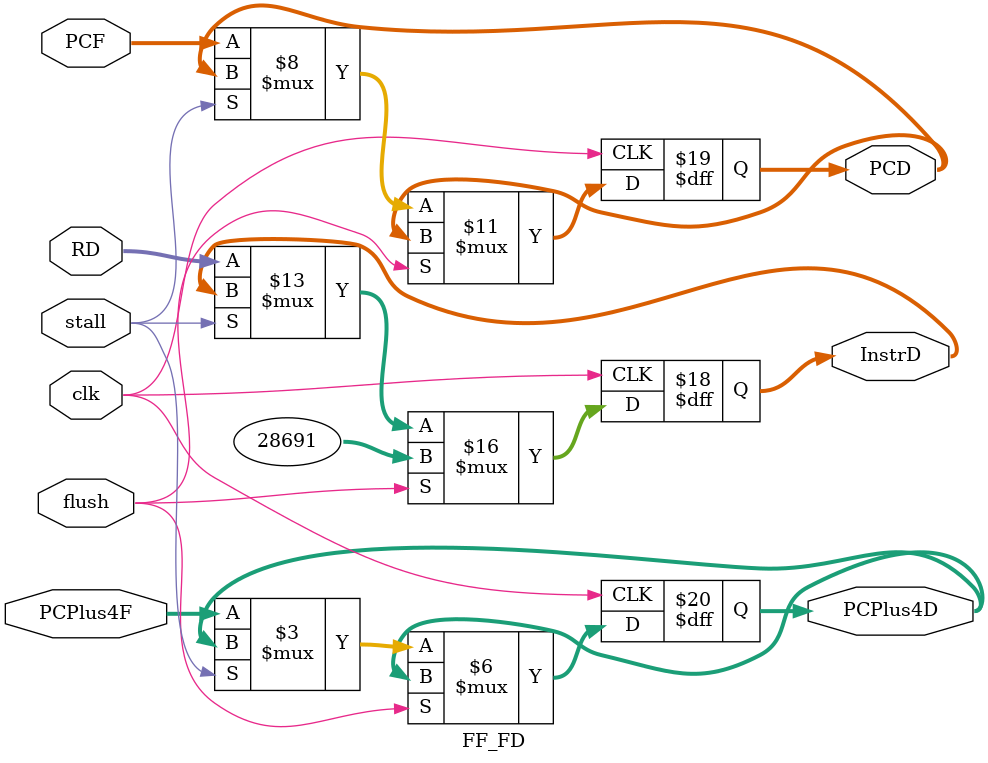
<source format=sv>
module FF_FD #(
    parameter DATA_WIDTH = 32
)(
    input logic clk,
    input logic flush,
    input logic stall,
    input logic [DATA_WIDTH-1:0] RD,
    output logic [DATA_WIDTH-1:0] InstrD,
    input logic [DATA_WIDTH-1:0] PCF,
    output logic [DATA_WIDTH-1:0] PCD,
    input logic [DATA_WIDTH-1:0] PCPlus4F,
    output logic [DATA_WIDTH-1:0] PCPlus4D
);

always_ff @(posedge clk) begin
    if(flush)
        InstrD <= 32'h00007013; // NOP: andi 0x 0x 0
    else if (!stall) begin
        InstrD <= RD;
        PCD <= PCF;
        PCPlus4D <= PCPlus4F;
    end
end

endmodule

</source>
